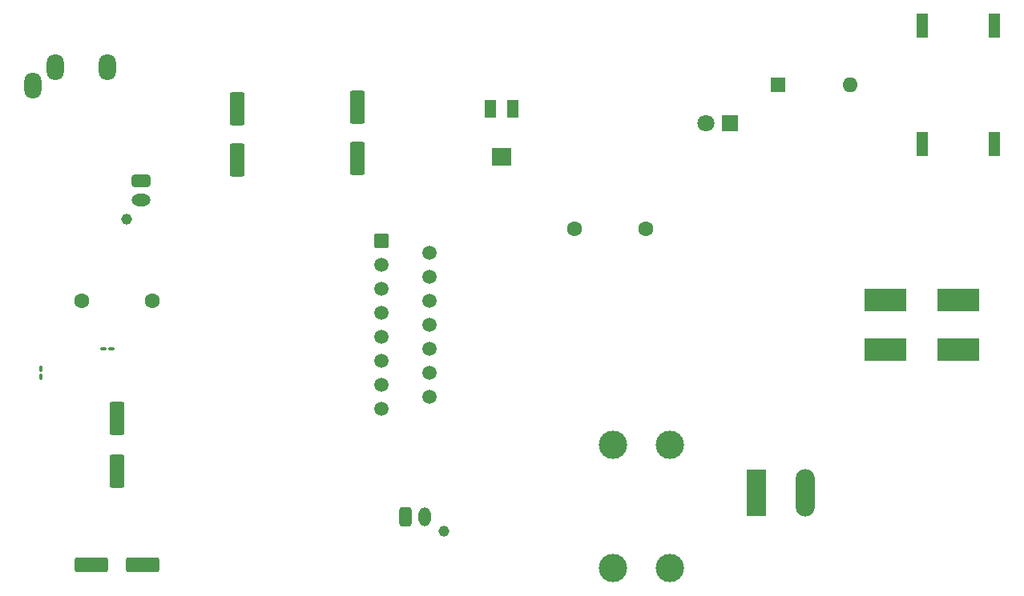
<source format=gbr>
%TF.GenerationSoftware,KiCad,Pcbnew,7.0.10*%
%TF.CreationDate,2024-05-14T18:08:25+03:00*%
%TF.ProjectId,Altamplifier,416c7461-6d70-46c6-9966-6965722e6b69,rev?*%
%TF.SameCoordinates,Original*%
%TF.FileFunction,Soldermask,Top*%
%TF.FilePolarity,Negative*%
%FSLAX46Y46*%
G04 Gerber Fmt 4.6, Leading zero omitted, Abs format (unit mm)*
G04 Created by KiCad (PCBNEW 7.0.10) date 2024-05-14 18:08:25*
%MOMM*%
%LPD*%
G01*
G04 APERTURE LIST*
G04 Aperture macros list*
%AMRoundRect*
0 Rectangle with rounded corners*
0 $1 Rounding radius*
0 $2 $3 $4 $5 $6 $7 $8 $9 X,Y pos of 4 corners*
0 Add a 4 corners polygon primitive as box body*
4,1,4,$2,$3,$4,$5,$6,$7,$8,$9,$2,$3,0*
0 Add four circle primitives for the rounded corners*
1,1,$1+$1,$2,$3*
1,1,$1+$1,$4,$5*
1,1,$1+$1,$6,$7*
1,1,$1+$1,$8,$9*
0 Add four rect primitives between the rounded corners*
20,1,$1+$1,$2,$3,$4,$5,0*
20,1,$1+$1,$4,$5,$6,$7,0*
20,1,$1+$1,$6,$7,$8,$9,0*
20,1,$1+$1,$8,$9,$2,$3,0*%
G04 Aperture macros list end*
%ADD10RoundRect,0.100000X0.100000X-0.217500X0.100000X0.217500X-0.100000X0.217500X-0.100000X-0.217500X0*%
%ADD11R,1.300000X1.900000*%
%ADD12R,2.000000X1.900000*%
%ADD13C,1.600000*%
%ADD14RoundRect,0.250000X-1.500000X-0.550000X1.500000X-0.550000X1.500000X0.550000X-1.500000X0.550000X0*%
%ADD15R,1.800000X1.800000*%
%ADD16C,1.800000*%
%ADD17R,1.200000X2.500000*%
%ADD18R,4.400000X2.400000*%
%ADD19C,1.150000*%
%ADD20RoundRect,0.250000X0.400000X-0.750000X0.400000X0.750000X-0.400000X0.750000X-0.400000X-0.750000X0*%
%ADD21O,1.300000X2.000000*%
%ADD22R,1.600000X1.600000*%
%ADD23O,1.600000X1.600000*%
%ADD24O,1.800000X2.800000*%
%ADD25RoundRect,0.250000X-0.750000X-0.400000X0.750000X-0.400000X0.750000X0.400000X-0.750000X0.400000X0*%
%ADD26O,2.000000X1.300000*%
%ADD27RoundRect,0.250000X-0.550000X1.500000X-0.550000X-1.500000X0.550000X-1.500000X0.550000X1.500000X0*%
%ADD28R,2.020000X5.020000*%
%ADD29O,2.020000X5.020000*%
%ADD30RoundRect,0.102000X-0.654000X0.654000X-0.654000X-0.654000X0.654000X-0.654000X0.654000X0.654000X0*%
%ADD31C,1.512000*%
%ADD32RoundRect,0.250000X0.550000X-1.500000X0.550000X1.500000X-0.550000X1.500000X-0.550000X-1.500000X0*%
%ADD33C,3.000000*%
%ADD34RoundRect,0.100000X0.217500X0.100000X-0.217500X0.100000X-0.217500X-0.100000X0.217500X-0.100000X0*%
G04 APERTURE END LIST*
D10*
%TO.C,R1*%
X78307500Y-66447500D03*
X78307500Y-65632500D03*
%TD*%
D11*
%TO.C,RV1*%
X128150000Y-38090000D03*
D12*
X127000000Y-43190000D03*
D11*
X125850000Y-38090000D03*
%TD*%
D13*
%TO.C,C5*%
X142240000Y-50800000D03*
X134740000Y-50800000D03*
%TD*%
D14*
%TO.C,C2*%
X83660000Y-86360000D03*
X89060000Y-86360000D03*
%TD*%
D15*
%TO.C,D3*%
X151110000Y-39660000D03*
D16*
X148570000Y-39660000D03*
%TD*%
D17*
%TO.C,SW1*%
X171450000Y-29310000D03*
X171450000Y-41810000D03*
X179070000Y-29310000D03*
X179070000Y-41810000D03*
%TD*%
D18*
%TO.C,D1*%
X167560000Y-63560000D03*
X175260000Y-63560000D03*
X175260000Y-58360000D03*
X167560000Y-58360000D03*
%TD*%
D19*
%TO.C,J2*%
X120890000Y-82780000D03*
D20*
X116840000Y-81280000D03*
D21*
X118840000Y-81280000D03*
%TD*%
D22*
%TO.C,D2*%
X156210000Y-35560000D03*
D23*
X163830000Y-35560000D03*
%TD*%
D24*
%TO.C,J3*%
X85380000Y-33660000D03*
X77480000Y-35660000D03*
X79880000Y-33660000D03*
%TD*%
D19*
%TO.C,J1*%
X87400000Y-49770000D03*
D25*
X88900000Y-45720000D03*
D26*
X88900000Y-47720000D03*
%TD*%
D13*
%TO.C,C1*%
X90110000Y-58420000D03*
X82610000Y-58420000D03*
%TD*%
D27*
%TO.C,C3*%
X111760000Y-37940000D03*
X111760000Y-43340000D03*
%TD*%
D28*
%TO.C,J4*%
X153930000Y-78740000D03*
D29*
X159110000Y-78740000D03*
%TD*%
D27*
%TO.C,C6*%
X86360000Y-70860000D03*
X86360000Y-76460000D03*
%TD*%
D30*
%TO.C,AMP1*%
X114300000Y-52070000D03*
D31*
X119380000Y-53340000D03*
X114300000Y-54610000D03*
X119380000Y-55880000D03*
X114300000Y-57150000D03*
X119380000Y-58420000D03*
X114300000Y-59690000D03*
X119380000Y-60960000D03*
X114300000Y-62230000D03*
X119380000Y-63500000D03*
X114300000Y-64770000D03*
X119380000Y-66040000D03*
X114300000Y-67310000D03*
X119380000Y-68580000D03*
X114300000Y-69850000D03*
%TD*%
D32*
%TO.C,C4*%
X99060000Y-43500000D03*
X99060000Y-38100000D03*
%TD*%
D33*
%TO.C,T1*%
X144780000Y-86660000D03*
X144780000Y-73660000D03*
X138780000Y-86660000D03*
X138780000Y-73660000D03*
%TD*%
D34*
%TO.C,R2*%
X85735000Y-63500000D03*
X84920000Y-63500000D03*
%TD*%
M02*

</source>
